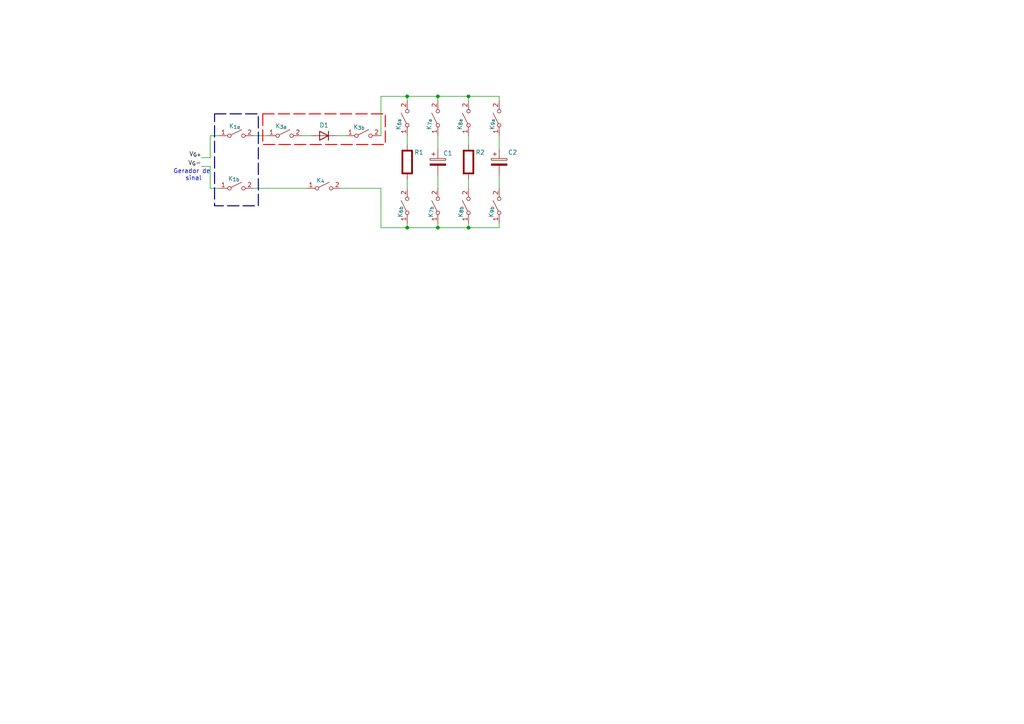
<source format=kicad_sch>
(kicad_sch (version 20231120) (generator "eeschema") (generator_version "8.0")
  (paper "A4")
  (lib_symbols
    (symbol "Device:C_Polarized" (pin_numbers hide) (pin_names (offset 0.254))
      (property "Reference" "C" (at 0.635 2.54 0))
      (property "Value" "C_Polarized" (at 0.635 -2.54 0))
      (symbol "C_Polarized_0_1"
        (rectangle (start -2.286 0.508) (end 2.286 1.016))
        (polyline (pts (xy -1.778 2.286) (xy -0.762 2.286)))
        (polyline (pts (xy -1.27 2.794) (xy -1.27 1.778)))
        (rectangle (start 2.286 -0.508) (end -2.286 -1.016) (fill (type outline)))
      )
      (symbol "C_Polarized_1_1"
        (pin passive line (at 0 3.81 270) (length 2.794) (name "~") (number "1"))
        (pin passive line (at 0 -3.81 90) (length 2.794) (name "~") (number "2"))
      )
    )
    (symbol "Diode:1N4007" (pin_numbers hide) (pin_names hide)
      (property "Reference" "D" (at 0 2.54 0))
      (property "Value" "1N4007" (at 0 -2.54 0))
      (symbol "1N4007_0_1"
        (polyline (pts (xy -1.27 1.27) (xy -1.27 -1.27)) (stroke (width 0.254)))
        (polyline (pts (xy 1.27 0) (xy -1.27 0)))
        (polyline (pts (xy 1.27 1.27) (xy 1.27 -1.27) (xy -1.27 0) (xy 1.27 1.27)) (stroke (width 0.254)))
      )
      (symbol "1N4007_1_1"
        (pin passive line (at -3.81 0 0) (length 2.54) (name "K") (number "1"))
        (pin passive line (at 3.81 0 180) (length 2.54) (name "A") (number "2"))
      )
    )
    (symbol "PCM_Elektuur:R" (pin_numbers hide) (pin_names (offset 0) hide)
      (property "Reference" "R" (at 2.54 3.175 0))
      (property "Value" "R" (at 0 0 90))
      (symbol "R_1_1"
        (polyline (pts (xy -1.524 -3.429) (xy 1.524 -3.429) (xy 1.524 3.429) (xy -1.524 3.429) (xy -1.524 -3.429) (xy -1.27 -3.175) (xy -1.27 3.175) (xy 1.27 3.175) (xy 1.27 -3.175) (xy -1.27 -3.175) (xy -1.524 -3.429)) (stroke (width 0.254)) (fill (type outline)))
        (pin passive line (at 0 5.08 270) (length 1.651) (name "+") (number "1"))
        (pin passive line (at 0 -5.08 90) (length 1.651) (name "-") (number "2"))
      )
      (symbol "R_1_2"
        (polyline (pts (xy -0.508 -3.429) (xy 1.524 -3.429) (xy 1.524 3.429) (xy -0.508 3.429) (xy -0.508 3.175) (xy 1.27 3.175) (xy 1.27 -3.175) (xy -0.508 -3.175) (xy -0.508 -3.429)) (stroke (width 0.254)) (fill (type outline)))
        (pin passive line (at 0 5.08 270) (length 1.651) (name "+") (number "1"))
        (pin passive line (at 0 -5.08 90) (length 1.651) (name "-") (number "2"))
      )
      (symbol "R_1_3"
        (polyline (pts (xy 0 3.4798) (xy 0 3.2004) (xy 0.7112 2.794) (xy -1.1938 1.6764) (xy 0.7112 0.5588) (xy -1.1938 -0.5588) (xy 0.7112 -1.6764) (xy -1.1938 -2.794) (xy 0 -3.4798) (xy 0 -3.2004) (xy -0.7112 -2.794) (xy 1.1938 -1.6764) (xy -0.7112 -0.5588) (xy 1.1938 0.5588) (xy -0.7112 1.6764) (xy 1.1938 2.794) (xy 0 3.4798)) (stroke (width 0.254)) (fill (type outline)))
        (pin passive line (at 0 5.08 270) (length 1.6002) (name "+") (number "1"))
        (pin passive line (at 0 -5.08 90) (length 1.6002) (name "-") (number "2"))
      )
      (symbol "R_1_4"
        (polyline (pts (xy 0 4.5466) (xy 0 4.2672) (xy 0.0508 4.2418) (xy 1.016 3.683) (xy -1.524 2.2098) (xy 1.016 0.7366) (xy -1.524 -0.7366) (xy 1.016 -2.2098) (xy -1.524 -3.683) (xy -0.0762 -4.5212) (xy 0 -4.5466) (xy 0 -4.2672) (xy -0.0508 -4.2418) (xy -1.016 -3.683) (xy 1.524 -2.2098) (xy -1.016 -0.7366) (xy 1.524 0.7366) (xy -1.016 2.2098) (xy 1.524 3.683) (xy 0.0762 4.5212) (xy 0 4.5466)) (stroke (width 0.254)) (fill (type outline)))
        (pin passive line (at 0 5.08 270) (length 0.5334) (name "+") (number "1"))
        (pin passive line (at 0 -5.08 90) (length 0.5334) (name "-") (number "2"))
      )
    )
    (symbol "Switch:SW_SPST" (pin_names (offset 0) hide)
      (property "Reference" "SW" (at 0 3.175 0))
      (property "Value" "SW_SPST" (at 0 -2.54 0))
      (symbol "SW_SPST_0_0"
        (circle (center -2.032 0) (radius 0.508))
        (polyline (pts (xy -1.524 0.254) (xy 1.524 1.778)))
        (circle (center 2.032 0) (radius 0.508))
      )
      (symbol "SW_SPST_1_1"
        (pin passive line (at -5.08 0 0) (length 2.54) (name "A") (number "1"))
        (pin passive line (at 5.08 0 180) (length 2.54) (name "B") (number "2"))
      )
    )
  )
  (junction (at 127 27.94))
  (junction (at 127 66.04))
  (junction (at 118.11 27.94))
  (junction (at 135.89 27.94))
  (junction (at 135.89 66.04))
  (junction (at 118.11 66.04))
  (wire (pts (xy 73.66 54.61) (xy 88.9 54.61)))
  (wire (pts (xy 60.96 39.37) (xy 63.5 39.37)))
  (wire (pts (xy 144.78 50.8) (xy 144.78 54.61)))
  (wire (pts (xy 87.63 39.37) (xy 90.17 39.37)))
  (wire (pts (xy 127 50.8) (xy 127 54.61)))
  (wire (pts (xy 118.11 66.04) (xy 127 66.04)))
  (wire (pts (xy 110.49 54.61) (xy 99.06 54.61)))
  (wire (pts (xy 127 27.94) (xy 135.89 27.94)))
  (wire (pts (xy 118.11 27.94) (xy 127 27.94)))
  (wire (pts (xy 110.49 27.94) (xy 118.11 27.94)))
  (wire (pts (xy 60.96 54.61) (xy 63.5 54.61)))
  (wire (pts (xy 135.89 66.04) (xy 144.78 66.04)))
  (wire (pts (xy 144.78 27.94) (xy 144.78 29.21)))
  (wire (pts (xy 127 66.04) (xy 135.89 66.04)))
  (wire (pts (xy 135.89 64.77) (xy 135.89 66.04)))
  (wire (pts (xy 110.49 27.94) (xy 110.49 39.37)))
  (wire (pts (xy 60.96 48.26) (xy 60.96 54.61)))
  (wire (pts (xy 144.78 39.37) (xy 144.78 43.18)))
  (wire (pts (xy 118.11 52.07) (xy 118.11 54.61)))
  (wire (pts (xy 118.11 39.37) (xy 118.11 41.91)))
  (wire (pts (xy 58.42 48.26) (xy 60.96 48.26)))
  (wire (pts (xy 135.89 52.07) (xy 135.89 54.61)))
  (wire (pts (xy 118.11 64.77) (xy 118.11 66.04)))
  (wire (pts (xy 58.42 45.72) (xy 60.96 45.72)))
  (wire (pts (xy 97.79 39.37) (xy 100.33 39.37)))
  (wire (pts (xy 60.96 45.72) (xy 60.96 39.37)))
  (wire (pts (xy 135.89 27.94) (xy 144.78 27.94)))
  (wire (pts (xy 110.49 66.04) (xy 118.11 66.04)))
  (wire (pts (xy 135.89 27.94) (xy 135.89 29.21)))
  (wire (pts (xy 127 27.94) (xy 127 29.21)))
  (wire (pts (xy 144.78 64.77) (xy 144.78 66.04)))
  (wire (pts (xy 135.89 39.37) (xy 135.89 41.91)))
  (wire (pts (xy 73.66 39.37) (xy 77.47 39.37)))
  (wire (pts (xy 118.11 27.94) (xy 118.11 29.21)))
  (wire (pts (xy 127 39.37) (xy 127 43.18)))
  (wire (pts (xy 110.49 66.04) (xy 110.49 54.61)))
  (wire (pts (xy 127 64.77) (xy 127 66.04)))
  (rectangle (start 76.2 33.02) (end 111.76 41.91) (stroke (width 0.3) (type dash) (color 255 0 0 1)))
  (rectangle (start 62.23 33.02) (end 74.93 59.69) (stroke (width 0.3) (type dash) (color 0 0 132 1)))
  (text "Gerador de \nsinal" (at 56.134 50.8 0) (effects (font (size 1.27 1.27))))
  (label "V_{G+}" (at 58.42 45.72 180))
  (label "V_{G}-" (at 58.42 48.26 180))
  (symbol (lib_id "Switch:SW_SPST") (at 127 34.29 90) (unit 1)
    (property "Reference" "K_{7a}" (at 124.46 36.068 0))
    (property "Value" "SW_SPST" (effects (hide yes)))
    (property "Description" "Single Pole Single Throw (SPST) switch" (effects (hide yes)))
  )
  (symbol (lib_id "Switch:SW_SPST") (at 68.58 39.37 0) (unit 1)
    (property "Reference" "K_{1a}" (at 68.072 36.576 0))
    (property "Value" "SW_SPST" (effects (hide yes)))
    (property "Description" "Single Pole Single Throw (SPST) switch" (effects (hide yes)))
  )
  (symbol (lib_id "PCM_Elektuur:R") (at 135.89 46.99 0) (unit 1)
    (property "Reference" "R2" (at 137.922 44.196 0) (effects (justify left)))
    (property "Value" "R" (effects (hide yes)))
    (property "Description" "resistor" (effects (hide yes)))
    (property "Indicator" "+" (effects (hide yes)))
    (property "Rating" "W" (effects (hide yes)))
  )
  (symbol (lib_id "Switch:SW_SPST") (at 68.58 54.61 0) (unit 1)
    (property "Reference" "K_{1b}" (at 67.818 51.816 0))
    (property "Value" "SW_SPST" (effects (hide yes)))
    (property "Description" "Single Pole Single Throw (SPST) switch" (effects (hide yes)))
  )
  (symbol (lib_id "Switch:SW_SPST") (at 127 59.69 90) (unit 1)
    (property "Reference" "K_{7b}" (at 124.968 61.468 0))
    (property "Value" "SW_SPST" (effects (hide yes)))
    (property "Description" "Single Pole Single Throw (SPST) switch" (effects (hide yes)))
  )
  (symbol (lib_id "Switch:SW_SPST") (at 118.11 34.29 90) (unit 1)
    (property "Reference" "K_{6a}" (at 115.57 36.068 0))
    (property "Value" "SW_SPST" (effects (hide yes)))
    (property "Description" "Single Pole Single Throw (SPST) switch" (effects (hide yes)))
  )
  (symbol (lib_id "Switch:SW_SPST") (at 82.55 39.37 0) (unit 1)
    (property "Reference" "K_{3a}" (at 81.534 36.576 0))
    (property "Value" "SW_SPST" (effects (hide yes)))
    (property "Description" "Single Pole Single Throw (SPST) switch" (effects (hide yes)))
  )
  (symbol (lib_id "Switch:SW_SPST") (at 144.78 59.69 90) (unit 1)
    (property "Reference" "K_{9b}" (at 142.494 61.468 0))
    (property "Value" "SW_SPST" (effects (hide yes)))
    (property "Description" "Single Pole Single Throw (SPST) switch" (effects (hide yes)))
  )
  (symbol (lib_id "Switch:SW_SPST") (at 118.11 59.69 90) (unit 1)
    (property "Reference" "K_{6b}" (at 116.078 61.468 0))
    (property "Value" "SW_SPST" (effects (hide yes)))
    (property "Description" "Single Pole Single Throw (SPST) switch" (effects (hide yes)))
  )
  (symbol (lib_id "Diode:1N4007") (at 93.98 39.37 180) (unit 1)
    (property "Reference" "D1" (at 93.98 36.322 0))
    (property "Value" "1N4007" (effects (hide yes)))
    (property "Footprint" "Diode_THT:D_DO-41_SOD81_P10.16mm_Horizontal" (effects (hide yes)))
    (property "Datasheet" "http://www.vishay.com/docs/88503/1n4001.pdf" (effects (hide yes)))
    (property "Description" "1000V 1A General Purpose Rectifier Diode, DO-41" (effects (hide yes)))
    (property "Sim.Device" "D" (effects (hide yes)))
    (property "Sim.Pins" "1=K 2=A" (effects (hide yes)))
  )
  (symbol (lib_id "Switch:SW_SPST") (at 105.41 39.37 0) (unit 1)
    (property "Reference" "K_{3b}" (at 104.14 36.83 0))
    (property "Value" "SW_SPST" (effects (hide yes)))
    (property "Description" "Single Pole Single Throw (SPST) switch" (effects (hide yes)))
  )
  (symbol (lib_id "PCM_Elektuur:R") (at 118.11 46.99 0) (unit 1)
    (property "Reference" "R1" (at 120.142 44.196 0) (effects (justify left)))
    (property "Value" "R" (effects (hide yes)))
    (property "Description" "resistor" (effects (hide yes)))
    (property "Indicator" "+" (effects (hide yes)))
    (property "Rating" "W" (effects (hide yes)))
  )
  (symbol (lib_id "Device:C_Polarized") (at 144.78 46.99 0) (unit 1)
    (property "Reference" "C2" (at 147.32 44.196 0) (effects (justify left)))
    (property "Value" "10uF" (effects (hide yes)))
    (property "Footprint" "Capacitor_THT:CP_Radial_D6.3mm_P2.50mm" (effects (hide yes)))
    (property "Description" "Polarized capacitor" (effects (hide yes)))
  )
  (symbol (lib_id "Switch:SW_SPST") (at 135.89 34.29 90) (unit 1)
    (property "Reference" "K_{8a}" (at 133.35 36.068 0))
    (property "Value" "SW_SPST" (effects (hide yes)))
    (property "Description" "Single Pole Single Throw (SPST) switch" (effects (hide yes)))
  )
  (symbol (lib_id "Switch:SW_SPST") (at 144.78 34.29 90) (unit 1)
    (property "Reference" "K_{9a}" (at 142.748 36.068 0))
    (property "Value" "SW_SPST" (effects (hide yes)))
    (property "Description" "Single Pole Single Throw (SPST) switch" (effects (hide yes)))
  )
  (symbol (lib_id "Device:C_Polarized") (at 127 46.99 0) (unit 1)
    (property "Reference" "C1" (at 128.524 44.45 0) (effects (justify left)))
    (property "Value" "10uF" (effects (hide yes)))
    (property "Footprint" "Capacitor_THT:CP_Radial_D6.3mm_P2.50mm" (effects (hide yes)))
    (property "Description" "Polarized capacitor" (effects (hide yes)))
  )
  (symbol (lib_id "Switch:SW_SPST") (at 93.98 54.61 0) (unit 1)
    (property "Reference" "K_{4}" (at 92.964 52.324 0))
    (property "Value" "SW_SPST" (effects (hide yes)))
    (property "Description" "Single Pole Single Throw (SPST) switch" (effects (hide yes)))
  )
  (symbol (lib_id "Switch:SW_SPST") (at 135.89 59.69 90) (unit 1)
    (property "Reference" "K_{8b}" (at 133.604 61.468 0))
    (property "Value" "SW_SPST" (effects (hide yes)))
    (property "Description" "Single Pole Single Throw (SPST) switch" (effects (hide yes)))
  )
)
</source>
